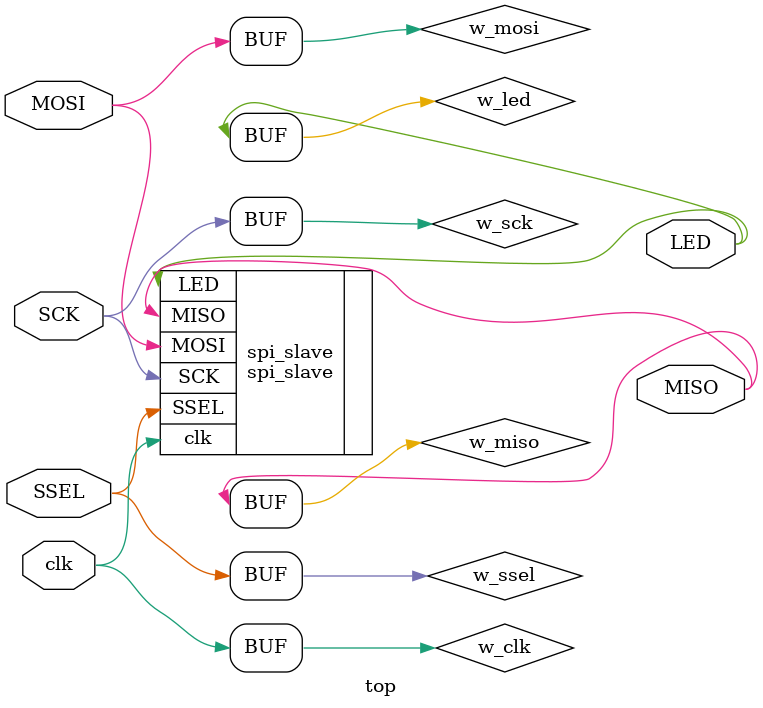
<source format=v>
module top(input clk, input SCK, input MOSI, output MISO, input SSEL, output LED);

wire w_clk;
wire w_sck;
wire w_mosi;
wire w_mosi;
wire w_miso;
wire w_ssel;
wire w_led;

assign w_clk = clk;
assign w_sck = SCK;
assign w_mosi = MOSI;
assign w_miso = MISO;
assign w_ssel = SSEL;
assign w_led = LED;

spi_slave spi_slave(.clk(clk), .SCK(SCK), .MOSI(MOSI), .MISO(MISO), .SSEL(SSEL), .LED(LED));

endmodule

</source>
